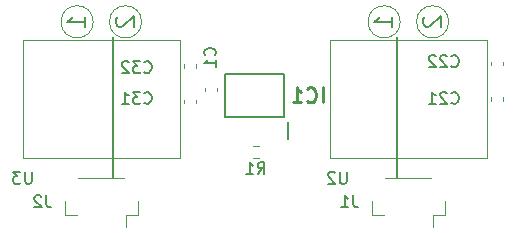
<source format=gbr>
%TF.GenerationSoftware,KiCad,Pcbnew,6.0.10-86aedd382b~118~ubuntu22.04.1*%
%TF.CreationDate,2023-03-06T18:26:28-08:00*%
%TF.ProjectId,pressure-qwiic-3,70726573-7375-4726-952d-71776969632d,rev?*%
%TF.SameCoordinates,Original*%
%TF.FileFunction,Legend,Bot*%
%TF.FilePolarity,Positive*%
%FSLAX46Y46*%
G04 Gerber Fmt 4.6, Leading zero omitted, Abs format (unit mm)*
G04 Created by KiCad (PCBNEW 6.0.10-86aedd382b~118~ubuntu22.04.1) date 2023-03-06 18:26:28*
%MOMM*%
%LPD*%
G01*
G04 APERTURE LIST*
%ADD10C,0.150000*%
%ADD11C,0.254000*%
%ADD12C,0.120000*%
%ADD13C,0.200000*%
G04 APERTURE END LIST*
D10*
X12000000Y0D02*
X12000000Y-12000000D01*
X-12000000Y0D02*
X-12000000Y-12000000D01*
%TO.C,J1*%
X8333333Y-13452380D02*
X8333333Y-14166666D01*
X8380952Y-14309523D01*
X8476190Y-14404761D01*
X8619047Y-14452380D01*
X8714285Y-14452380D01*
X7333333Y-14452380D02*
X7904761Y-14452380D01*
X7619047Y-14452380D02*
X7619047Y-13452380D01*
X7714285Y-13595238D01*
X7809523Y-13690476D01*
X7904761Y-13738095D01*
%TO.C,C31*%
X-9357142Y-5607142D02*
X-9309523Y-5654761D01*
X-9166666Y-5702380D01*
X-9071428Y-5702380D01*
X-8928571Y-5654761D01*
X-8833333Y-5559523D01*
X-8785714Y-5464285D01*
X-8738095Y-5273809D01*
X-8738095Y-5130952D01*
X-8785714Y-4940476D01*
X-8833333Y-4845238D01*
X-8928571Y-4750000D01*
X-9071428Y-4702380D01*
X-9166666Y-4702380D01*
X-9309523Y-4750000D01*
X-9357142Y-4797619D01*
X-9690476Y-4702380D02*
X-10309523Y-4702380D01*
X-9976190Y-5083333D01*
X-10119047Y-5083333D01*
X-10214285Y-5130952D01*
X-10261904Y-5178571D01*
X-10309523Y-5273809D01*
X-10309523Y-5511904D01*
X-10261904Y-5607142D01*
X-10214285Y-5654761D01*
X-10119047Y-5702380D01*
X-9833333Y-5702380D01*
X-9738095Y-5654761D01*
X-9690476Y-5607142D01*
X-11261904Y-5702380D02*
X-10690476Y-5702380D01*
X-10976190Y-5702380D02*
X-10976190Y-4702380D01*
X-10880952Y-4845238D01*
X-10785714Y-4940476D01*
X-10690476Y-4988095D01*
%TO.C,C21*%
X16642857Y-5607142D02*
X16690476Y-5654761D01*
X16833333Y-5702380D01*
X16928571Y-5702380D01*
X17071428Y-5654761D01*
X17166666Y-5559523D01*
X17214285Y-5464285D01*
X17261904Y-5273809D01*
X17261904Y-5130952D01*
X17214285Y-4940476D01*
X17166666Y-4845238D01*
X17071428Y-4750000D01*
X16928571Y-4702380D01*
X16833333Y-4702380D01*
X16690476Y-4750000D01*
X16642857Y-4797619D01*
X16261904Y-4797619D02*
X16214285Y-4750000D01*
X16119047Y-4702380D01*
X15880952Y-4702380D01*
X15785714Y-4750000D01*
X15738095Y-4797619D01*
X15690476Y-4892857D01*
X15690476Y-4988095D01*
X15738095Y-5130952D01*
X16309523Y-5702380D01*
X15690476Y-5702380D01*
X14738095Y-5702380D02*
X15309523Y-5702380D01*
X15023809Y-5702380D02*
X15023809Y-4702380D01*
X15119047Y-4845238D01*
X15214285Y-4940476D01*
X15309523Y-4988095D01*
%TO.C,C32*%
X-9357142Y-2997722D02*
X-9309523Y-3045341D01*
X-9166666Y-3092960D01*
X-9071428Y-3092960D01*
X-8928571Y-3045341D01*
X-8833333Y-2950103D01*
X-8785714Y-2854865D01*
X-8738095Y-2664389D01*
X-8738095Y-2521532D01*
X-8785714Y-2331056D01*
X-8833333Y-2235818D01*
X-8928571Y-2140580D01*
X-9071428Y-2092960D01*
X-9166666Y-2092960D01*
X-9309523Y-2140580D01*
X-9357142Y-2188199D01*
X-9690476Y-2092960D02*
X-10309523Y-2092960D01*
X-9976190Y-2473913D01*
X-10119047Y-2473913D01*
X-10214285Y-2521532D01*
X-10261904Y-2569151D01*
X-10309523Y-2664389D01*
X-10309523Y-2902484D01*
X-10261904Y-2997722D01*
X-10214285Y-3045341D01*
X-10119047Y-3092960D01*
X-9833333Y-3092960D01*
X-9738095Y-3045341D01*
X-9690476Y-2997722D01*
X-10690476Y-2188199D02*
X-10738095Y-2140580D01*
X-10833333Y-2092960D01*
X-11071428Y-2092960D01*
X-11166666Y-2140580D01*
X-11214285Y-2188199D01*
X-11261904Y-2283437D01*
X-11261904Y-2378675D01*
X-11214285Y-2521532D01*
X-10642857Y-3092960D01*
X-11261904Y-3092960D01*
%TO.C,C1*%
X-3392857Y-1583333D02*
X-3345238Y-1535714D01*
X-3297619Y-1392857D01*
X-3297619Y-1297619D01*
X-3345238Y-1154761D01*
X-3440476Y-1059523D01*
X-3535714Y-1011904D01*
X-3726190Y-964285D01*
X-3869047Y-964285D01*
X-4059523Y-1011904D01*
X-4154761Y-1059523D01*
X-4250000Y-1154761D01*
X-4297619Y-1297619D01*
X-4297619Y-1392857D01*
X-4250000Y-1535714D01*
X-4202380Y-1583333D01*
X-3297619Y-2535714D02*
X-3297619Y-1964285D01*
X-3297619Y-2249999D02*
X-4297619Y-2249999D01*
X-4154761Y-2154761D01*
X-4059523Y-2059523D01*
X-4011904Y-1964285D01*
%TO.C,U2*%
X7761904Y-11452380D02*
X7761904Y-12261904D01*
X7714285Y-12357142D01*
X7666666Y-12404761D01*
X7571428Y-12452380D01*
X7380952Y-12452380D01*
X7285714Y-12404761D01*
X7238095Y-12357142D01*
X7190476Y-12261904D01*
X7190476Y-11452380D01*
X6761904Y-11547619D02*
X6714285Y-11500000D01*
X6619047Y-11452380D01*
X6380952Y-11452380D01*
X6285714Y-11500000D01*
X6238095Y-11547619D01*
X6190476Y-11642857D01*
X6190476Y-11738095D01*
X6238095Y-11880952D01*
X6809523Y-12452380D01*
X6190476Y-12452380D01*
X11628571Y821428D02*
X11628571Y1678571D01*
X11628571Y1250000D02*
X10128571Y1250000D01*
X10342857Y1392857D01*
X10485714Y1535714D01*
X10557142Y1678571D01*
X14371428Y1678571D02*
X14300000Y1607142D01*
X14228571Y1464285D01*
X14228571Y1107142D01*
X14300000Y964285D01*
X14371428Y892857D01*
X14514285Y821428D01*
X14657142Y821428D01*
X14871428Y892857D01*
X15728571Y1750000D01*
X15728571Y821428D01*
%TO.C,C22*%
X16642857Y-2491562D02*
X16690476Y-2539181D01*
X16833333Y-2586800D01*
X16928571Y-2586800D01*
X17071428Y-2539181D01*
X17166666Y-2443943D01*
X17214285Y-2348705D01*
X17261904Y-2158229D01*
X17261904Y-2015372D01*
X17214285Y-1824896D01*
X17166666Y-1729658D01*
X17071428Y-1634420D01*
X16928571Y-1586800D01*
X16833333Y-1586800D01*
X16690476Y-1634420D01*
X16642857Y-1682039D01*
X16261904Y-1682039D02*
X16214285Y-1634420D01*
X16119047Y-1586800D01*
X15880952Y-1586800D01*
X15785714Y-1634420D01*
X15738095Y-1682039D01*
X15690476Y-1777277D01*
X15690476Y-1872515D01*
X15738095Y-2015372D01*
X16309523Y-2586800D01*
X15690476Y-2586800D01*
X15309523Y-1682039D02*
X15261904Y-1634420D01*
X15166666Y-1586800D01*
X14928571Y-1586800D01*
X14833333Y-1634420D01*
X14785714Y-1682039D01*
X14738095Y-1777277D01*
X14738095Y-1872515D01*
X14785714Y-2015372D01*
X15357142Y-2586800D01*
X14738095Y-2586800D01*
D11*
%TO.C,IC1*%
X5739761Y-5574523D02*
X5739761Y-4304523D01*
X4409285Y-5453571D02*
X4469761Y-5514047D01*
X4651190Y-5574523D01*
X4772142Y-5574523D01*
X4953571Y-5514047D01*
X5074523Y-5393095D01*
X5135000Y-5272142D01*
X5195476Y-5030238D01*
X5195476Y-4848809D01*
X5135000Y-4606904D01*
X5074523Y-4485952D01*
X4953571Y-4365000D01*
X4772142Y-4304523D01*
X4651190Y-4304523D01*
X4469761Y-4365000D01*
X4409285Y-4425476D01*
X3199761Y-5574523D02*
X3925476Y-5574523D01*
X3562619Y-5574523D02*
X3562619Y-4304523D01*
X3683571Y-4485952D01*
X3804523Y-4606904D01*
X3925476Y-4667380D01*
D10*
%TO.C,J2*%
X-17666666Y-13452380D02*
X-17666666Y-14166666D01*
X-17619047Y-14309523D01*
X-17523809Y-14404761D01*
X-17380952Y-14452380D01*
X-17285714Y-14452380D01*
X-18095238Y-13547619D02*
X-18142857Y-13500000D01*
X-18238095Y-13452380D01*
X-18476190Y-13452380D01*
X-18571428Y-13500000D01*
X-18619047Y-13547619D01*
X-18666666Y-13642857D01*
X-18666666Y-13738095D01*
X-18619047Y-13880952D01*
X-18047619Y-14452380D01*
X-18666666Y-14452380D01*
%TO.C,U3*%
X-18888095Y-11452380D02*
X-18888095Y-12261904D01*
X-18935714Y-12357142D01*
X-18983333Y-12404761D01*
X-19078571Y-12452380D01*
X-19269047Y-12452380D01*
X-19364285Y-12404761D01*
X-19411904Y-12357142D01*
X-19459523Y-12261904D01*
X-19459523Y-11452380D01*
X-19840476Y-11452380D02*
X-20459523Y-11452380D01*
X-20126190Y-11833333D01*
X-20269047Y-11833333D01*
X-20364285Y-11880952D01*
X-20411904Y-11928571D01*
X-20459523Y-12023809D01*
X-20459523Y-12261904D01*
X-20411904Y-12357142D01*
X-20364285Y-12404761D01*
X-20269047Y-12452380D01*
X-19983333Y-12452380D01*
X-19888095Y-12404761D01*
X-19840476Y-12357142D01*
X-14371428Y821428D02*
X-14371428Y1678571D01*
X-14371428Y1250000D02*
X-15871428Y1250000D01*
X-15657142Y1392857D01*
X-15514285Y1535714D01*
X-15442857Y1678571D01*
X-11628571Y1678571D02*
X-11700000Y1607142D01*
X-11771428Y1464285D01*
X-11771428Y1107142D01*
X-11700000Y964285D01*
X-11628571Y892857D01*
X-11485714Y821428D01*
X-11342857Y821428D01*
X-11128571Y892857D01*
X-10271428Y1750000D01*
X-10271428Y821428D01*
%TO.C,R1*%
X241666Y-11632380D02*
X575000Y-11156190D01*
X813095Y-11632380D02*
X813095Y-10632380D01*
X432142Y-10632380D01*
X336904Y-10680000D01*
X289285Y-10727619D01*
X241666Y-10822857D01*
X241666Y-10965714D01*
X289285Y-11060952D01*
X336904Y-11108571D01*
X432142Y-11156190D01*
X813095Y-11156190D01*
X-710714Y-11632380D02*
X-139285Y-11632380D01*
X-424999Y-11632380D02*
X-424999Y-10632380D01*
X-329761Y-10775238D01*
X-234523Y-10870476D01*
X-139285Y-10918095D01*
D12*
%TO.C,J1*%
X16110000Y-15110000D02*
X15060000Y-15110000D01*
X9890000Y-13960000D02*
X9890000Y-15110000D01*
X9890000Y-15110000D02*
X10940000Y-15110000D01*
X16110000Y-13960000D02*
X16110000Y-15110000D01*
X14940000Y-11990000D02*
X11060000Y-11990000D01*
X15060000Y-15110000D02*
X15060000Y-16100000D01*
%TO.C,C31*%
X-4990000Y-5359420D02*
X-4990000Y-5640580D01*
X-6010000Y-5359420D02*
X-6010000Y-5640580D01*
%TO.C,C21*%
X19990000Y-5134420D02*
X19990000Y-5415580D01*
X21010000Y-5134420D02*
X21010000Y-5415580D01*
%TO.C,C32*%
X-6010000Y-2640580D02*
X-6010000Y-2359420D01*
X-4990000Y-2640580D02*
X-4990000Y-2359420D01*
%TO.C,C1*%
X-4260000Y-4640580D02*
X-4260000Y-4359420D01*
X-3240000Y-4640580D02*
X-3240000Y-4359420D01*
%TO.C,U2*%
X6350000Y-250000D02*
X19650000Y-250000D01*
X19650000Y-250000D02*
X19650000Y-10250000D01*
X19650000Y-10250000D02*
X6350000Y-10250000D01*
X6350000Y-10250000D02*
X6350000Y-250000D01*
X12311249Y1250000D02*
G75*
G03*
X12311249Y1250000I-1361249J0D01*
G01*
X16411249Y1250000D02*
G75*
G03*
X16411249Y1250000I-1361249J0D01*
G01*
%TO.C,C22*%
X19990000Y-2415580D02*
X19990000Y-2134420D01*
X21010000Y-2415580D02*
X21010000Y-2134420D01*
D13*
%TO.C,IC1*%
X2500000Y-6850000D02*
X2500000Y-3150000D01*
X-2500000Y-6850000D02*
X2500000Y-6850000D01*
X-2500000Y-3150000D02*
X-2500000Y-6850000D01*
X2850000Y-8675000D02*
X2850000Y-7200000D01*
X2500000Y-3150000D02*
X-2500000Y-3150000D01*
D12*
%TO.C,J2*%
X-16110000Y-13960000D02*
X-16110000Y-15110000D01*
X-11060000Y-11990000D02*
X-14940000Y-11990000D01*
X-9890000Y-13960000D02*
X-9890000Y-15110000D01*
X-9890000Y-15110000D02*
X-10940000Y-15110000D01*
X-16110000Y-15110000D02*
X-15060000Y-15110000D01*
X-10940000Y-15110000D02*
X-10940000Y-16100000D01*
%TO.C,U3*%
X-19650000Y-250000D02*
X-6350000Y-250000D01*
X-6350000Y-250000D02*
X-6350000Y-10250000D01*
X-6350000Y-10250000D02*
X-19650000Y-10250000D01*
X-19650000Y-10250000D02*
X-19650000Y-250000D01*
X-13688751Y1250000D02*
G75*
G03*
X-13688751Y1250000I-1361249J0D01*
G01*
X-9588751Y1250000D02*
G75*
G03*
X-9588751Y1250000I-1361249J0D01*
G01*
%TO.C,R1*%
X-162258Y-9227500D02*
X312258Y-9227500D01*
X-162258Y-10272500D02*
X312258Y-10272500D01*
%TD*%
M02*

</source>
